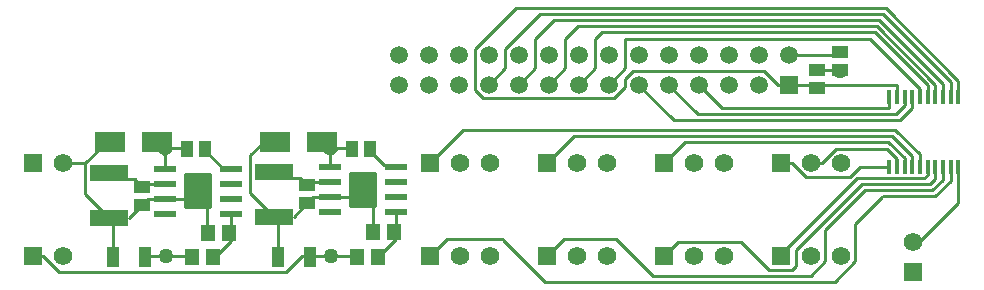
<source format=gbl>
%FSLAX25Y25*%
%MOIN*%
G70*
G01*
G75*
G04 Layer_Physical_Order=2*
G04 Layer_Color=16711680*
%ADD10R,0.04724X0.05512*%
%ADD11R,0.21260X0.11417*%
%ADD12R,0.05512X0.04724*%
%ADD13C,0.01000*%
%ADD14R,0.06200X0.06200*%
%ADD15C,0.06200*%
%ADD16R,0.06200X0.06200*%
%ADD17C,0.05906*%
%ADD18R,0.05906X0.05906*%
%ADD19C,0.03000*%
%ADD20C,0.05000*%
%ADD21R,0.01417X0.04685*%
%ADD22R,0.05512X0.04331*%
%ADD23R,0.04331X0.05512*%
%ADD24R,0.09843X0.06693*%
%ADD25R,0.12992X0.05512*%
%ADD26R,0.07520X0.02402*%
G04:AMPARAMS|DCode=27|XSize=122.05mil|YSize=94.88mil|CornerRadius=9.49mil|HoleSize=0mil|Usage=FLASHONLY|Rotation=270.000|XOffset=0mil|YOffset=0mil|HoleType=Round|Shape=RoundedRectangle|*
%AMROUNDEDRECTD27*
21,1,0.12205,0.07591,0,0,270.0*
21,1,0.10307,0.09488,0,0,270.0*
1,1,0.01898,-0.03795,-0.05154*
1,1,0.01898,-0.03795,0.05154*
1,1,0.01898,0.03795,0.05154*
1,1,0.01898,0.03795,-0.05154*
%
%ADD27ROUNDEDRECTD27*%
%ADD28R,0.04724X0.05512*%
%ADD29R,0.04331X0.06693*%
D13*
X303818Y214500D02*
X313500D01*
X222841Y209154D02*
X298472D01*
X217495Y214500D02*
X222841Y209154D01*
X298472D02*
X303818Y214500D01*
X214000D02*
X217495D01*
X475500Y276453D02*
X483000D01*
X231500Y245354D02*
X238646Y252500D01*
X224000Y245500D02*
X231354D01*
X522531Y232031D02*
Y244114D01*
X509500Y219000D02*
X522531Y232031D01*
X491272Y236272D02*
X513809D01*
X477986Y222986D02*
X491272Y236272D01*
X490272Y238272D02*
X512981D01*
X468328Y216328D02*
X490272Y238272D01*
X488772Y240272D02*
X511066D01*
X465500Y217000D02*
X488772Y240272D01*
X464000Y217000D02*
X465500D01*
X459439Y209900D02*
X467221D01*
X450239Y219100D02*
X459439Y209900D01*
X488100Y225097D02*
X497206Y234203D01*
X488100Y212595D02*
Y225097D01*
X431500Y252500D02*
X499115D01*
X426417Y247417D02*
X431500Y252500D01*
X429100Y219100D02*
X450239D01*
X426417Y216417D02*
X429100Y219100D01*
X420600Y207900D02*
X473500D01*
X408500Y220000D02*
X420600Y207900D01*
X391000Y220000D02*
X408500D01*
X387833Y216833D02*
X391000Y220000D01*
X394500Y254500D02*
X500500D01*
X387833Y247833D02*
X394500Y254500D01*
X384600Y205900D02*
X481500D01*
X370750Y219750D02*
X384600Y205900D01*
X231500Y235020D02*
Y245354D01*
Y235020D02*
X239500Y227020D01*
X498273Y297000D02*
X522531Y272742D01*
Y267500D02*
Y272742D01*
X258000Y243500D02*
Y250500D01*
Y248126D02*
Y250500D01*
X257874Y248000D02*
X258000Y248126D01*
X257874Y248000D02*
X258000Y250500D01*
X265547D01*
X504618Y244114D02*
Y246997D01*
X499115Y252500D02*
X504618Y246997D01*
X500500Y254500D02*
X507177Y247823D01*
Y244114D02*
Y247823D01*
X346500Y245500D02*
X357500Y256500D01*
X509736Y244114D02*
Y248264D01*
X501500Y256500D02*
X509736Y248264D01*
X357500Y256500D02*
X501500D01*
X511066Y240272D02*
X512295Y241501D01*
Y244114D01*
X514854Y240146D02*
Y244114D01*
X512981Y238272D02*
X514854Y240146D01*
X468328Y211007D02*
Y216328D01*
X467221Y209900D02*
X468328Y211007D01*
X517413Y239876D02*
Y244114D01*
X513809Y236272D02*
X517413Y239876D01*
X478100Y212595D02*
Y222872D01*
X473405Y207900D02*
X478100Y212595D01*
X519972Y239528D02*
Y244114D01*
X514716Y234272D02*
X519972Y239528D01*
X497272Y234272D02*
X514716D01*
X481405Y205900D02*
X488100Y212595D01*
X352000Y220000D02*
X370845D01*
X346500Y214500D02*
X352000Y220000D01*
X501658Y261658D02*
X504618Y264617D01*
Y267500D01*
X507177Y263677D02*
Y267500D01*
X503158Y259658D02*
X507177Y263677D01*
X466000Y281500D02*
X482047D01*
X509736Y267500D02*
Y270113D01*
X512295Y267500D02*
Y271295D01*
X514854Y267500D02*
Y271564D01*
X517413Y267500D02*
Y271834D01*
X443843Y263657D02*
X499500D01*
X424250Y273250D02*
X435843Y261658D01*
X501658D01*
X414250Y273250D02*
X427843Y259658D01*
X503158D01*
X407750Y273250D02*
X411547Y277047D01*
Y286844D01*
X493005D01*
X509736Y270113D01*
X401547Y286844D02*
X403703Y289000D01*
X494590D01*
X512295Y271295D01*
X397750Y273250D02*
X401547Y277047D01*
Y286844D01*
X391547D02*
X395703Y291000D01*
X495419D01*
X514854Y271564D01*
X387750Y273250D02*
X391547Y277047D01*
Y286844D01*
X381547D02*
X387703Y293000D01*
X496247D01*
X517413Y271834D01*
X377750Y273250D02*
X381547Y277047D01*
Y286844D01*
X519972Y267500D02*
Y272472D01*
X497445Y295000D02*
X519972Y272472D01*
X371547Y277047D02*
Y283344D01*
X383203Y295000D02*
X497445D01*
X371547Y283344D02*
X383203Y295000D01*
X366000Y271500D02*
X371547Y277047D01*
X361547Y269656D02*
Y283344D01*
Y269656D02*
X364156Y267047D01*
X407844D01*
X414124Y275953D02*
X457844D01*
X462297Y271500D01*
X375203Y297000D02*
X498273D01*
X361547Y283344D02*
X375203Y297000D01*
X462297Y271500D02*
X466000D01*
X407844Y267047D02*
X411500Y270703D01*
Y273328D01*
X414124Y275953D01*
X303067Y240480D02*
X304547Y239000D01*
X313000Y244110D02*
X313110Y244000D01*
X329043Y214000D02*
X335000Y219957D01*
Y229000D01*
X313500Y214500D02*
X321457D01*
X258500D02*
X266457D01*
X251815D02*
X258500D01*
X274043Y215469D02*
X275969D01*
X280000Y219500D01*
Y228500D01*
X248067Y239980D02*
X249547Y238500D01*
X315500Y250500D02*
X320047D01*
X320547Y250000D01*
Y248000D02*
Y250000D01*
X313000Y250594D02*
X313649Y249946D01*
Y248649D02*
Y249946D01*
X313000Y244110D02*
Y250594D01*
X313649Y248649D02*
X315500Y250500D01*
X239500Y239980D02*
X248067D01*
X249547Y238500D02*
X258110D01*
X294500Y240480D02*
X303067D01*
X304547Y239000D02*
X313110D01*
X294500Y227520D02*
X295685Y226335D01*
Y214000D02*
Y226335D01*
X307453Y234000D02*
X313110D01*
X300972Y227520D02*
X305500Y232047D01*
X307453Y234000D01*
X327457Y222500D02*
Y232543D01*
X313110Y234000D02*
X320110D01*
X271000Y250000D02*
X277500Y243500D01*
X326453Y248000D02*
X327226Y248774D01*
X331250Y244750D01*
X335750D01*
X252453Y233500D02*
X258110D01*
X245972Y227020D02*
X250500Y231547D01*
X252453Y233500D01*
X240685Y214000D02*
Y225835D01*
X272000Y222457D02*
Y232500D01*
X258110Y233500D02*
X265110D01*
X238646Y252500D02*
X239626D01*
X286500Y235520D02*
X294500Y227520D01*
X286500Y235520D02*
Y248000D01*
X291000Y252500D01*
X499500Y263657D02*
Y267500D01*
X436000Y271500D02*
X443843Y263657D01*
X434250Y273250D02*
X436000Y271500D01*
X463500Y245500D02*
X466995D01*
X471595Y240900D01*
X486400D01*
X489614Y244114D01*
X499500D01*
X473500Y245500D02*
X476995D01*
X481595Y250100D01*
X498687D01*
X502059Y244114D02*
Y246728D01*
X498687Y250100D02*
X502059Y246728D01*
X466157Y271342D02*
X502059D01*
Y267500D02*
Y271342D01*
D14*
X214000Y245500D02*
D03*
Y214500D02*
D03*
X346500Y245500D02*
D03*
Y214500D02*
D03*
X385500Y245500D02*
D03*
Y214500D02*
D03*
X424500Y245500D02*
D03*
Y214500D02*
D03*
X463500Y245500D02*
D03*
Y214500D02*
D03*
D15*
X224000Y245500D02*
D03*
Y214500D02*
D03*
X507500Y219000D02*
D03*
X366500Y245500D02*
D03*
X356500D02*
D03*
X366500Y214500D02*
D03*
X356500D02*
D03*
X405500Y245500D02*
D03*
X395500D02*
D03*
X405500Y214500D02*
D03*
X395500D02*
D03*
X444500Y245500D02*
D03*
X434500D02*
D03*
X444500Y214500D02*
D03*
X434500D02*
D03*
X483500Y245500D02*
D03*
X473500D02*
D03*
X483500Y214500D02*
D03*
X473500D02*
D03*
D16*
X507500Y209000D02*
D03*
D17*
X336000Y281500D02*
D03*
Y271500D02*
D03*
X346000Y281500D02*
D03*
Y271500D02*
D03*
X356000Y281500D02*
D03*
Y271500D02*
D03*
X366000Y281500D02*
D03*
Y271500D02*
D03*
X376000Y281500D02*
D03*
Y271500D02*
D03*
X386000Y281500D02*
D03*
Y271500D02*
D03*
X396000Y281500D02*
D03*
Y271500D02*
D03*
X406000Y281500D02*
D03*
Y271500D02*
D03*
X416000Y281500D02*
D03*
Y271500D02*
D03*
X426000Y281500D02*
D03*
Y271500D02*
D03*
X436000Y281500D02*
D03*
Y271500D02*
D03*
X446000Y281500D02*
D03*
Y271500D02*
D03*
X456000Y281500D02*
D03*
Y271500D02*
D03*
X466000Y281500D02*
D03*
D18*
Y271500D02*
D03*
D19*
X321110Y240000D02*
D03*
Y233000D02*
D03*
Y236500D02*
D03*
X327000Y240000D02*
D03*
Y236500D02*
D03*
X324055Y234512D02*
D03*
X327000Y233000D02*
D03*
X324055Y238094D02*
D03*
X266110Y239500D02*
D03*
Y232500D02*
D03*
Y236000D02*
D03*
X272000Y239500D02*
D03*
Y236000D02*
D03*
X269055Y234012D02*
D03*
X272000Y232500D02*
D03*
X269055Y237594D02*
D03*
D20*
X483000Y276000D02*
D03*
X313000Y250594D02*
D03*
X258500Y214500D02*
D03*
X258000Y250500D02*
D03*
X313500Y214500D02*
D03*
X294500Y242500D02*
D03*
X239500Y242000D02*
D03*
D21*
X522531Y244114D02*
D03*
X519972D02*
D03*
X517413D02*
D03*
X514854D02*
D03*
X512295D02*
D03*
X509736D02*
D03*
X504618D02*
D03*
X507177D02*
D03*
X502059D02*
D03*
X499500D02*
D03*
Y267500D02*
D03*
X502059D02*
D03*
X507177D02*
D03*
X504618D02*
D03*
X509736D02*
D03*
X512295D02*
D03*
X514854D02*
D03*
X517413D02*
D03*
X519972D02*
D03*
X522531D02*
D03*
D22*
X483000Y276547D02*
D03*
Y282453D02*
D03*
X475500Y276453D02*
D03*
Y270547D02*
D03*
X305500Y232047D02*
D03*
Y237953D02*
D03*
X250500Y231547D02*
D03*
Y237453D02*
D03*
D23*
X326453Y250000D02*
D03*
X320547D02*
D03*
X271453D02*
D03*
X265547D02*
D03*
D24*
X310374Y252500D02*
D03*
X294626D02*
D03*
X255374D02*
D03*
X239626D02*
D03*
D25*
X294500Y227520D02*
D03*
Y242480D02*
D03*
X239500Y227020D02*
D03*
Y241980D02*
D03*
D26*
X335000Y244000D02*
D03*
Y239000D02*
D03*
Y234000D02*
D03*
Y229000D02*
D03*
X313110Y244000D02*
D03*
Y239000D02*
D03*
Y234000D02*
D03*
Y229000D02*
D03*
X280000Y243500D02*
D03*
Y238500D02*
D03*
Y233500D02*
D03*
Y228500D02*
D03*
X258110Y243500D02*
D03*
Y238500D02*
D03*
Y233500D02*
D03*
Y228500D02*
D03*
D27*
X324055Y236500D02*
D03*
X269055Y236000D02*
D03*
D28*
X321957Y214000D02*
D03*
X329043D02*
D03*
X334543Y222500D02*
D03*
X327457D02*
D03*
X279543Y222000D02*
D03*
X272457D02*
D03*
X266957Y214000D02*
D03*
X274043D02*
D03*
D29*
X306315D02*
D03*
X295685D02*
D03*
X251315D02*
D03*
X240685D02*
D03*
M02*

</source>
